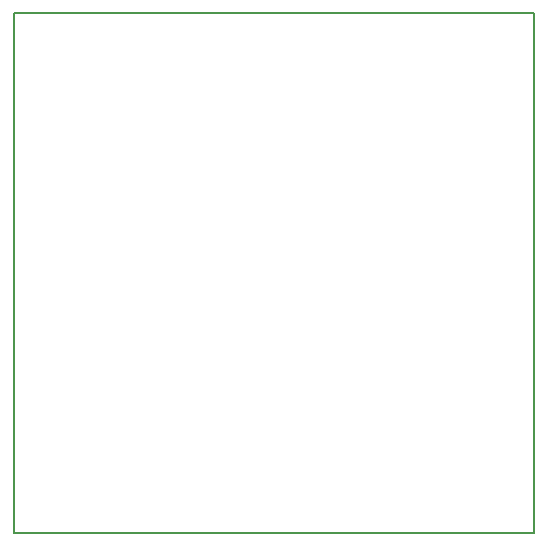
<source format=gm1>
G04 #@! TF.GenerationSoftware,KiCad,Pcbnew,(2017-01-24 revision 0b6147e)-makepkg*
G04 #@! TF.CreationDate,2017-04-22T21:53:28-07:00*
G04 #@! TF.ProjectId,OLED_1.5_128X128_breakout,4F4C45445F312E355F31323858313238,rev?*
G04 #@! TF.FileFunction,Profile,NP*
%FSLAX46Y46*%
G04 Gerber Fmt 4.6, Leading zero omitted, Abs format (unit mm)*
G04 Created by KiCad (PCBNEW (2017-01-24 revision 0b6147e)-makepkg) date 04/22/17 21:53:28*
%MOMM*%
%LPD*%
G01*
G04 APERTURE LIST*
%ADD10C,0.100000*%
%ADD11C,0.150000*%
G04 APERTURE END LIST*
D10*
D11*
X50000000Y-47000000D02*
X50000000Y-47000000D01*
X50000000Y-91000000D02*
X50000000Y-47000000D01*
X94000000Y-91000000D02*
X50000000Y-91000000D01*
X94000000Y-47000000D02*
X94000000Y-91000000D01*
X50000000Y-47000000D02*
X94000000Y-47000000D01*
M02*

</source>
